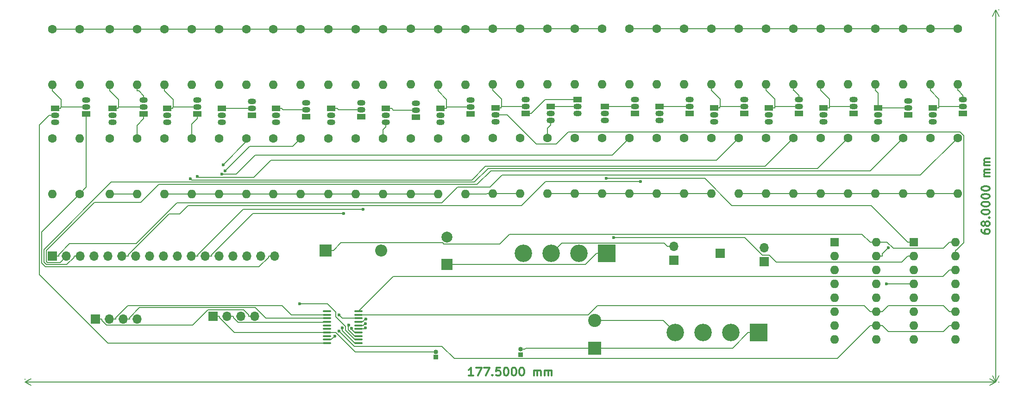
<source format=gbr>
%TF.GenerationSoftware,KiCad,Pcbnew,8.0.5*%
%TF.CreationDate,2024-10-01T12:40:19+02:00*%
%TF.ProjectId,e,652e6b69-6361-4645-9f70-636258585858,rev?*%
%TF.SameCoordinates,Original*%
%TF.FileFunction,Copper,L1,Top*%
%TF.FilePolarity,Positive*%
%FSLAX46Y46*%
G04 Gerber Fmt 4.6, Leading zero omitted, Abs format (unit mm)*
G04 Created by KiCad (PCBNEW 8.0.5) date 2024-10-01 12:40:19*
%MOMM*%
%LPD*%
G01*
G04 APERTURE LIST*
G04 Aperture macros list*
%AMRoundRect*
0 Rectangle with rounded corners*
0 $1 Rounding radius*
0 $2 $3 $4 $5 $6 $7 $8 $9 X,Y pos of 4 corners*
0 Add a 4 corners polygon primitive as box body*
4,1,4,$2,$3,$4,$5,$6,$7,$8,$9,$2,$3,0*
0 Add four circle primitives for the rounded corners*
1,1,$1+$1,$2,$3*
1,1,$1+$1,$4,$5*
1,1,$1+$1,$6,$7*
1,1,$1+$1,$8,$9*
0 Add four rect primitives between the rounded corners*
20,1,$1+$1,$2,$3,$4,$5,0*
20,1,$1+$1,$4,$5,$6,$7,0*
20,1,$1+$1,$6,$7,$8,$9,0*
20,1,$1+$1,$8,$9,$2,$3,0*%
G04 Aperture macros list end*
%ADD10C,0.300000*%
%TA.AperFunction,NonConductor*%
%ADD11C,0.300000*%
%TD*%
%TA.AperFunction,NonConductor*%
%ADD12C,0.200000*%
%TD*%
%TA.AperFunction,ComponentPad*%
%ADD13R,1.700000X1.700000*%
%TD*%
%TA.AperFunction,ComponentPad*%
%ADD14O,1.700000X1.700000*%
%TD*%
%TA.AperFunction,ComponentPad*%
%ADD15C,1.600000*%
%TD*%
%TA.AperFunction,ComponentPad*%
%ADD16O,1.600000X1.600000*%
%TD*%
%TA.AperFunction,ComponentPad*%
%ADD17R,1.500000X1.050000*%
%TD*%
%TA.AperFunction,ComponentPad*%
%ADD18O,1.500000X1.050000*%
%TD*%
%TA.AperFunction,ComponentPad*%
%ADD19R,0.850000X0.850000*%
%TD*%
%TA.AperFunction,ComponentPad*%
%ADD20O,0.850000X0.850000*%
%TD*%
%TA.AperFunction,ComponentPad*%
%ADD21R,3.200000X3.200000*%
%TD*%
%TA.AperFunction,ComponentPad*%
%ADD22C,3.200000*%
%TD*%
%TA.AperFunction,ComponentPad*%
%ADD23R,1.600000X1.600000*%
%TD*%
%TA.AperFunction,ComponentPad*%
%ADD24R,2.000000X2.000000*%
%TD*%
%TA.AperFunction,ComponentPad*%
%ADD25C,2.000000*%
%TD*%
%TA.AperFunction,ComponentPad*%
%ADD26R,2.200000X2.200000*%
%TD*%
%TA.AperFunction,ComponentPad*%
%ADD27O,2.200000X2.200000*%
%TD*%
%TA.AperFunction,SMDPad,CuDef*%
%ADD28RoundRect,0.100000X-0.637500X-0.100000X0.637500X-0.100000X0.637500X0.100000X-0.637500X0.100000X0*%
%TD*%
%TA.AperFunction,ComponentPad*%
%ADD29R,2.400000X2.400000*%
%TD*%
%TA.AperFunction,ComponentPad*%
%ADD30C,2.400000*%
%TD*%
%TA.AperFunction,ViaPad*%
%ADD31C,0.600000*%
%TD*%
%TA.AperFunction,Conductor*%
%ADD32C,0.200000*%
%TD*%
G04 APERTURE END LIST*
D10*
D11*
X93964287Y-78878328D02*
X93107144Y-78878328D01*
X93535715Y-78878328D02*
X93535715Y-77378328D01*
X93535715Y-77378328D02*
X93392858Y-77592614D01*
X93392858Y-77592614D02*
X93250001Y-77735471D01*
X93250001Y-77735471D02*
X93107144Y-77806900D01*
X94464286Y-77378328D02*
X95464286Y-77378328D01*
X95464286Y-77378328D02*
X94821429Y-78878328D01*
X95892857Y-77378328D02*
X96892857Y-77378328D01*
X96892857Y-77378328D02*
X96250000Y-78878328D01*
X97464285Y-78735471D02*
X97535714Y-78806900D01*
X97535714Y-78806900D02*
X97464285Y-78878328D01*
X97464285Y-78878328D02*
X97392857Y-78806900D01*
X97392857Y-78806900D02*
X97464285Y-78735471D01*
X97464285Y-78735471D02*
X97464285Y-78878328D01*
X98892857Y-77378328D02*
X98178571Y-77378328D01*
X98178571Y-77378328D02*
X98107143Y-78092614D01*
X98107143Y-78092614D02*
X98178571Y-78021185D01*
X98178571Y-78021185D02*
X98321429Y-77949757D01*
X98321429Y-77949757D02*
X98678571Y-77949757D01*
X98678571Y-77949757D02*
X98821429Y-78021185D01*
X98821429Y-78021185D02*
X98892857Y-78092614D01*
X98892857Y-78092614D02*
X98964286Y-78235471D01*
X98964286Y-78235471D02*
X98964286Y-78592614D01*
X98964286Y-78592614D02*
X98892857Y-78735471D01*
X98892857Y-78735471D02*
X98821429Y-78806900D01*
X98821429Y-78806900D02*
X98678571Y-78878328D01*
X98678571Y-78878328D02*
X98321429Y-78878328D01*
X98321429Y-78878328D02*
X98178571Y-78806900D01*
X98178571Y-78806900D02*
X98107143Y-78735471D01*
X99892857Y-77378328D02*
X100035714Y-77378328D01*
X100035714Y-77378328D02*
X100178571Y-77449757D01*
X100178571Y-77449757D02*
X100250000Y-77521185D01*
X100250000Y-77521185D02*
X100321428Y-77664042D01*
X100321428Y-77664042D02*
X100392857Y-77949757D01*
X100392857Y-77949757D02*
X100392857Y-78306900D01*
X100392857Y-78306900D02*
X100321428Y-78592614D01*
X100321428Y-78592614D02*
X100250000Y-78735471D01*
X100250000Y-78735471D02*
X100178571Y-78806900D01*
X100178571Y-78806900D02*
X100035714Y-78878328D01*
X100035714Y-78878328D02*
X99892857Y-78878328D01*
X99892857Y-78878328D02*
X99750000Y-78806900D01*
X99750000Y-78806900D02*
X99678571Y-78735471D01*
X99678571Y-78735471D02*
X99607142Y-78592614D01*
X99607142Y-78592614D02*
X99535714Y-78306900D01*
X99535714Y-78306900D02*
X99535714Y-77949757D01*
X99535714Y-77949757D02*
X99607142Y-77664042D01*
X99607142Y-77664042D02*
X99678571Y-77521185D01*
X99678571Y-77521185D02*
X99750000Y-77449757D01*
X99750000Y-77449757D02*
X99892857Y-77378328D01*
X101321428Y-77378328D02*
X101464285Y-77378328D01*
X101464285Y-77378328D02*
X101607142Y-77449757D01*
X101607142Y-77449757D02*
X101678571Y-77521185D01*
X101678571Y-77521185D02*
X101749999Y-77664042D01*
X101749999Y-77664042D02*
X101821428Y-77949757D01*
X101821428Y-77949757D02*
X101821428Y-78306900D01*
X101821428Y-78306900D02*
X101749999Y-78592614D01*
X101749999Y-78592614D02*
X101678571Y-78735471D01*
X101678571Y-78735471D02*
X101607142Y-78806900D01*
X101607142Y-78806900D02*
X101464285Y-78878328D01*
X101464285Y-78878328D02*
X101321428Y-78878328D01*
X101321428Y-78878328D02*
X101178571Y-78806900D01*
X101178571Y-78806900D02*
X101107142Y-78735471D01*
X101107142Y-78735471D02*
X101035713Y-78592614D01*
X101035713Y-78592614D02*
X100964285Y-78306900D01*
X100964285Y-78306900D02*
X100964285Y-77949757D01*
X100964285Y-77949757D02*
X101035713Y-77664042D01*
X101035713Y-77664042D02*
X101107142Y-77521185D01*
X101107142Y-77521185D02*
X101178571Y-77449757D01*
X101178571Y-77449757D02*
X101321428Y-77378328D01*
X102749999Y-77378328D02*
X102892856Y-77378328D01*
X102892856Y-77378328D02*
X103035713Y-77449757D01*
X103035713Y-77449757D02*
X103107142Y-77521185D01*
X103107142Y-77521185D02*
X103178570Y-77664042D01*
X103178570Y-77664042D02*
X103249999Y-77949757D01*
X103249999Y-77949757D02*
X103249999Y-78306900D01*
X103249999Y-78306900D02*
X103178570Y-78592614D01*
X103178570Y-78592614D02*
X103107142Y-78735471D01*
X103107142Y-78735471D02*
X103035713Y-78806900D01*
X103035713Y-78806900D02*
X102892856Y-78878328D01*
X102892856Y-78878328D02*
X102749999Y-78878328D01*
X102749999Y-78878328D02*
X102607142Y-78806900D01*
X102607142Y-78806900D02*
X102535713Y-78735471D01*
X102535713Y-78735471D02*
X102464284Y-78592614D01*
X102464284Y-78592614D02*
X102392856Y-78306900D01*
X102392856Y-78306900D02*
X102392856Y-77949757D01*
X102392856Y-77949757D02*
X102464284Y-77664042D01*
X102464284Y-77664042D02*
X102535713Y-77521185D01*
X102535713Y-77521185D02*
X102607142Y-77449757D01*
X102607142Y-77449757D02*
X102749999Y-77378328D01*
X105035712Y-78878328D02*
X105035712Y-77878328D01*
X105035712Y-78021185D02*
X105107141Y-77949757D01*
X105107141Y-77949757D02*
X105249998Y-77878328D01*
X105249998Y-77878328D02*
X105464284Y-77878328D01*
X105464284Y-77878328D02*
X105607141Y-77949757D01*
X105607141Y-77949757D02*
X105678570Y-78092614D01*
X105678570Y-78092614D02*
X105678570Y-78878328D01*
X105678570Y-78092614D02*
X105749998Y-77949757D01*
X105749998Y-77949757D02*
X105892855Y-77878328D01*
X105892855Y-77878328D02*
X106107141Y-77878328D01*
X106107141Y-77878328D02*
X106249998Y-77949757D01*
X106249998Y-77949757D02*
X106321427Y-78092614D01*
X106321427Y-78092614D02*
X106321427Y-78878328D01*
X107035712Y-78878328D02*
X107035712Y-77878328D01*
X107035712Y-78021185D02*
X107107141Y-77949757D01*
X107107141Y-77949757D02*
X107249998Y-77878328D01*
X107249998Y-77878328D02*
X107464284Y-77878328D01*
X107464284Y-77878328D02*
X107607141Y-77949757D01*
X107607141Y-77949757D02*
X107678570Y-78092614D01*
X107678570Y-78092614D02*
X107678570Y-78878328D01*
X107678570Y-78092614D02*
X107749998Y-77949757D01*
X107749998Y-77949757D02*
X107892855Y-77878328D01*
X107892855Y-77878328D02*
X108107141Y-77878328D01*
X108107141Y-77878328D02*
X108249998Y-77949757D01*
X108249998Y-77949757D02*
X108321427Y-78092614D01*
X108321427Y-78092614D02*
X108321427Y-78878328D01*
D12*
X12000000Y-79500000D02*
X12000000Y-79413580D01*
X189500000Y-79500000D02*
X189500000Y-79413580D01*
X12000000Y-80000000D02*
X189500000Y-80000000D01*
X12000000Y-80000000D02*
X189500000Y-80000000D01*
X12000000Y-80000000D02*
X13126504Y-79413579D01*
X12000000Y-80000000D02*
X13126504Y-80586421D01*
X189500000Y-80000000D02*
X188373496Y-80586421D01*
X189500000Y-80000000D02*
X188373496Y-79413579D01*
D10*
D11*
X186878328Y-52214284D02*
X186878328Y-52499998D01*
X186878328Y-52499998D02*
X186949757Y-52642855D01*
X186949757Y-52642855D02*
X187021185Y-52714284D01*
X187021185Y-52714284D02*
X187235471Y-52857141D01*
X187235471Y-52857141D02*
X187521185Y-52928569D01*
X187521185Y-52928569D02*
X188092614Y-52928569D01*
X188092614Y-52928569D02*
X188235471Y-52857141D01*
X188235471Y-52857141D02*
X188306900Y-52785712D01*
X188306900Y-52785712D02*
X188378328Y-52642855D01*
X188378328Y-52642855D02*
X188378328Y-52357141D01*
X188378328Y-52357141D02*
X188306900Y-52214284D01*
X188306900Y-52214284D02*
X188235471Y-52142855D01*
X188235471Y-52142855D02*
X188092614Y-52071426D01*
X188092614Y-52071426D02*
X187735471Y-52071426D01*
X187735471Y-52071426D02*
X187592614Y-52142855D01*
X187592614Y-52142855D02*
X187521185Y-52214284D01*
X187521185Y-52214284D02*
X187449757Y-52357141D01*
X187449757Y-52357141D02*
X187449757Y-52642855D01*
X187449757Y-52642855D02*
X187521185Y-52785712D01*
X187521185Y-52785712D02*
X187592614Y-52857141D01*
X187592614Y-52857141D02*
X187735471Y-52928569D01*
X187521185Y-51214284D02*
X187449757Y-51357141D01*
X187449757Y-51357141D02*
X187378328Y-51428570D01*
X187378328Y-51428570D02*
X187235471Y-51499998D01*
X187235471Y-51499998D02*
X187164042Y-51499998D01*
X187164042Y-51499998D02*
X187021185Y-51428570D01*
X187021185Y-51428570D02*
X186949757Y-51357141D01*
X186949757Y-51357141D02*
X186878328Y-51214284D01*
X186878328Y-51214284D02*
X186878328Y-50928570D01*
X186878328Y-50928570D02*
X186949757Y-50785713D01*
X186949757Y-50785713D02*
X187021185Y-50714284D01*
X187021185Y-50714284D02*
X187164042Y-50642855D01*
X187164042Y-50642855D02*
X187235471Y-50642855D01*
X187235471Y-50642855D02*
X187378328Y-50714284D01*
X187378328Y-50714284D02*
X187449757Y-50785713D01*
X187449757Y-50785713D02*
X187521185Y-50928570D01*
X187521185Y-50928570D02*
X187521185Y-51214284D01*
X187521185Y-51214284D02*
X187592614Y-51357141D01*
X187592614Y-51357141D02*
X187664042Y-51428570D01*
X187664042Y-51428570D02*
X187806900Y-51499998D01*
X187806900Y-51499998D02*
X188092614Y-51499998D01*
X188092614Y-51499998D02*
X188235471Y-51428570D01*
X188235471Y-51428570D02*
X188306900Y-51357141D01*
X188306900Y-51357141D02*
X188378328Y-51214284D01*
X188378328Y-51214284D02*
X188378328Y-50928570D01*
X188378328Y-50928570D02*
X188306900Y-50785713D01*
X188306900Y-50785713D02*
X188235471Y-50714284D01*
X188235471Y-50714284D02*
X188092614Y-50642855D01*
X188092614Y-50642855D02*
X187806900Y-50642855D01*
X187806900Y-50642855D02*
X187664042Y-50714284D01*
X187664042Y-50714284D02*
X187592614Y-50785713D01*
X187592614Y-50785713D02*
X187521185Y-50928570D01*
X188235471Y-49999999D02*
X188306900Y-49928570D01*
X188306900Y-49928570D02*
X188378328Y-49999999D01*
X188378328Y-49999999D02*
X188306900Y-50071427D01*
X188306900Y-50071427D02*
X188235471Y-49999999D01*
X188235471Y-49999999D02*
X188378328Y-49999999D01*
X186878328Y-48999998D02*
X186878328Y-48857141D01*
X186878328Y-48857141D02*
X186949757Y-48714284D01*
X186949757Y-48714284D02*
X187021185Y-48642856D01*
X187021185Y-48642856D02*
X187164042Y-48571427D01*
X187164042Y-48571427D02*
X187449757Y-48499998D01*
X187449757Y-48499998D02*
X187806900Y-48499998D01*
X187806900Y-48499998D02*
X188092614Y-48571427D01*
X188092614Y-48571427D02*
X188235471Y-48642856D01*
X188235471Y-48642856D02*
X188306900Y-48714284D01*
X188306900Y-48714284D02*
X188378328Y-48857141D01*
X188378328Y-48857141D02*
X188378328Y-48999998D01*
X188378328Y-48999998D02*
X188306900Y-49142856D01*
X188306900Y-49142856D02*
X188235471Y-49214284D01*
X188235471Y-49214284D02*
X188092614Y-49285713D01*
X188092614Y-49285713D02*
X187806900Y-49357141D01*
X187806900Y-49357141D02*
X187449757Y-49357141D01*
X187449757Y-49357141D02*
X187164042Y-49285713D01*
X187164042Y-49285713D02*
X187021185Y-49214284D01*
X187021185Y-49214284D02*
X186949757Y-49142856D01*
X186949757Y-49142856D02*
X186878328Y-48999998D01*
X186878328Y-47571427D02*
X186878328Y-47428570D01*
X186878328Y-47428570D02*
X186949757Y-47285713D01*
X186949757Y-47285713D02*
X187021185Y-47214285D01*
X187021185Y-47214285D02*
X187164042Y-47142856D01*
X187164042Y-47142856D02*
X187449757Y-47071427D01*
X187449757Y-47071427D02*
X187806900Y-47071427D01*
X187806900Y-47071427D02*
X188092614Y-47142856D01*
X188092614Y-47142856D02*
X188235471Y-47214285D01*
X188235471Y-47214285D02*
X188306900Y-47285713D01*
X188306900Y-47285713D02*
X188378328Y-47428570D01*
X188378328Y-47428570D02*
X188378328Y-47571427D01*
X188378328Y-47571427D02*
X188306900Y-47714285D01*
X188306900Y-47714285D02*
X188235471Y-47785713D01*
X188235471Y-47785713D02*
X188092614Y-47857142D01*
X188092614Y-47857142D02*
X187806900Y-47928570D01*
X187806900Y-47928570D02*
X187449757Y-47928570D01*
X187449757Y-47928570D02*
X187164042Y-47857142D01*
X187164042Y-47857142D02*
X187021185Y-47785713D01*
X187021185Y-47785713D02*
X186949757Y-47714285D01*
X186949757Y-47714285D02*
X186878328Y-47571427D01*
X186878328Y-46142856D02*
X186878328Y-45999999D01*
X186878328Y-45999999D02*
X186949757Y-45857142D01*
X186949757Y-45857142D02*
X187021185Y-45785714D01*
X187021185Y-45785714D02*
X187164042Y-45714285D01*
X187164042Y-45714285D02*
X187449757Y-45642856D01*
X187449757Y-45642856D02*
X187806900Y-45642856D01*
X187806900Y-45642856D02*
X188092614Y-45714285D01*
X188092614Y-45714285D02*
X188235471Y-45785714D01*
X188235471Y-45785714D02*
X188306900Y-45857142D01*
X188306900Y-45857142D02*
X188378328Y-45999999D01*
X188378328Y-45999999D02*
X188378328Y-46142856D01*
X188378328Y-46142856D02*
X188306900Y-46285714D01*
X188306900Y-46285714D02*
X188235471Y-46357142D01*
X188235471Y-46357142D02*
X188092614Y-46428571D01*
X188092614Y-46428571D02*
X187806900Y-46499999D01*
X187806900Y-46499999D02*
X187449757Y-46499999D01*
X187449757Y-46499999D02*
X187164042Y-46428571D01*
X187164042Y-46428571D02*
X187021185Y-46357142D01*
X187021185Y-46357142D02*
X186949757Y-46285714D01*
X186949757Y-46285714D02*
X186878328Y-46142856D01*
X186878328Y-44714285D02*
X186878328Y-44571428D01*
X186878328Y-44571428D02*
X186949757Y-44428571D01*
X186949757Y-44428571D02*
X187021185Y-44357143D01*
X187021185Y-44357143D02*
X187164042Y-44285714D01*
X187164042Y-44285714D02*
X187449757Y-44214285D01*
X187449757Y-44214285D02*
X187806900Y-44214285D01*
X187806900Y-44214285D02*
X188092614Y-44285714D01*
X188092614Y-44285714D02*
X188235471Y-44357143D01*
X188235471Y-44357143D02*
X188306900Y-44428571D01*
X188306900Y-44428571D02*
X188378328Y-44571428D01*
X188378328Y-44571428D02*
X188378328Y-44714285D01*
X188378328Y-44714285D02*
X188306900Y-44857143D01*
X188306900Y-44857143D02*
X188235471Y-44928571D01*
X188235471Y-44928571D02*
X188092614Y-45000000D01*
X188092614Y-45000000D02*
X187806900Y-45071428D01*
X187806900Y-45071428D02*
X187449757Y-45071428D01*
X187449757Y-45071428D02*
X187164042Y-45000000D01*
X187164042Y-45000000D02*
X187021185Y-44928571D01*
X187021185Y-44928571D02*
X186949757Y-44857143D01*
X186949757Y-44857143D02*
X186878328Y-44714285D01*
X188378328Y-42428572D02*
X187378328Y-42428572D01*
X187521185Y-42428572D02*
X187449757Y-42357143D01*
X187449757Y-42357143D02*
X187378328Y-42214286D01*
X187378328Y-42214286D02*
X187378328Y-42000000D01*
X187378328Y-42000000D02*
X187449757Y-41857143D01*
X187449757Y-41857143D02*
X187592614Y-41785715D01*
X187592614Y-41785715D02*
X188378328Y-41785715D01*
X187592614Y-41785715D02*
X187449757Y-41714286D01*
X187449757Y-41714286D02*
X187378328Y-41571429D01*
X187378328Y-41571429D02*
X187378328Y-41357143D01*
X187378328Y-41357143D02*
X187449757Y-41214286D01*
X187449757Y-41214286D02*
X187592614Y-41142857D01*
X187592614Y-41142857D02*
X188378328Y-41142857D01*
X188378328Y-40428572D02*
X187378328Y-40428572D01*
X187521185Y-40428572D02*
X187449757Y-40357143D01*
X187449757Y-40357143D02*
X187378328Y-40214286D01*
X187378328Y-40214286D02*
X187378328Y-40000000D01*
X187378328Y-40000000D02*
X187449757Y-39857143D01*
X187449757Y-39857143D02*
X187592614Y-39785715D01*
X187592614Y-39785715D02*
X188378328Y-39785715D01*
X187592614Y-39785715D02*
X187449757Y-39714286D01*
X187449757Y-39714286D02*
X187378328Y-39571429D01*
X187378328Y-39571429D02*
X187378328Y-39357143D01*
X187378328Y-39357143D02*
X187449757Y-39214286D01*
X187449757Y-39214286D02*
X187592614Y-39142857D01*
X187592614Y-39142857D02*
X188378328Y-39142857D01*
D12*
X190000000Y-12000000D02*
X190086420Y-12000000D01*
X190000000Y-80000000D02*
X190086420Y-80000000D01*
X189500000Y-12000000D02*
X189500000Y-80000000D01*
X189500000Y-12000000D02*
X189500000Y-80000000D01*
X189500000Y-12000000D02*
X190086421Y-13126504D01*
X189500000Y-12000000D02*
X188913579Y-13126504D01*
X189500000Y-80000000D02*
X188913579Y-78873496D01*
X189500000Y-80000000D02*
X190086421Y-78873496D01*
D13*
%TO.P,J9,1,Pin_1*%
%TO.N,+5V*%
X24920000Y-68500000D03*
D14*
%TO.P,J9,2,Pin_2*%
%TO.N,/RX*%
X27460000Y-68500000D03*
%TO.P,J9,3,Pin_3*%
%TO.N,/TX*%
X30000000Y-68500000D03*
%TO.P,J9,4,Pin_4*%
%TO.N,GND*%
X32540000Y-68500000D03*
%TD*%
D13*
%TO.P,J2,1,Pin_1*%
%TO.N,GND*%
X46420000Y-68000000D03*
D14*
%TO.P,J2,2,Pin_2*%
%TO.N,/NRST*%
X48960000Y-68000000D03*
%TO.P,J2,3,Pin_3*%
%TO.N,/SWIO*%
X51500000Y-68000000D03*
%TO.P,J2,4,Pin_4*%
%TO.N,+5V*%
X54040000Y-68000000D03*
%TD*%
D13*
%TO.P,J5,1,Pin_1*%
%TO.N,GND*%
X139120000Y-56500000D03*
%TD*%
%TO.P,J4,1,Pin_1*%
%TO.N,Net-(J4-Pin_1)*%
X130620000Y-57775000D03*
D14*
%TO.P,J4,2,Pin_2*%
%TO.N,Net-(J4-Pin_2)*%
X130620000Y-55235000D03*
%TD*%
D13*
%TO.P,J3,1,Pin_1*%
%TO.N,Net-(J3-Pin_1)*%
X147120000Y-58040000D03*
D14*
%TO.P,J3,2,Pin_2*%
%TO.N,Net-(J3-Pin_2)*%
X147120000Y-55500000D03*
%TD*%
D13*
%TO.P,J1,1,Pin_1*%
%TO.N,/SEG9_HIGH*%
X17020000Y-57000000D03*
D14*
%TO.P,J1,2,Pin_2*%
%TO.N,/SEG8_HIGH*%
X19560000Y-57000000D03*
%TO.P,J1,3,Pin_3*%
%TO.N,/SEG7_HIGH*%
X22100000Y-57000000D03*
%TO.P,J1,4,Pin_4*%
%TO.N,/SEG6_HIGH*%
X24640000Y-57000000D03*
%TO.P,J1,5,Pin_5*%
%TO.N,/SEG5_HIGH*%
X27180000Y-57000000D03*
%TO.P,J1,6,Pin_6*%
%TO.N,/SEG4_HIGH*%
X29720000Y-57000000D03*
%TO.P,J1,7,Pin_7*%
%TO.N,/SEG3_HIGH*%
X32260000Y-57000000D03*
%TO.P,J1,8,Pin_8*%
%TO.N,/SEG2_HIGH*%
X34800000Y-57000000D03*
%TO.P,J1,9,Pin_9*%
%TO.N,/SEG1_HIGH*%
X37340000Y-57000000D03*
%TO.P,J1,10,Pin_10*%
%TO.N,/A_HIGH*%
X39880000Y-57000000D03*
%TO.P,J1,11,Pin_11*%
%TO.N,/B_HIGH*%
X42420000Y-57000000D03*
%TO.P,J1,12,Pin_12*%
%TO.N,/C_HIGH*%
X44960000Y-57000000D03*
%TO.P,J1,13,Pin_13*%
%TO.N,/D_HIGH*%
X47500000Y-57000000D03*
%TO.P,J1,14,Pin_14*%
%TO.N,/E_HIGH*%
X50040000Y-57000000D03*
%TO.P,J1,15,Pin_15*%
%TO.N,/F_HIGH*%
X52580000Y-57000000D03*
%TO.P,J1,16,Pin_16*%
%TO.N,/G_HIGH*%
X55120000Y-57000000D03*
%TO.P,J1,17,Pin_17*%
%TO.N,/H_HIGH*%
X57660000Y-57000000D03*
%TD*%
D15*
%TO.P,R39,1*%
%TO.N,+27V*%
X112500000Y-15420000D03*
D16*
%TO.P,R39,2*%
%TO.N,Net-(Q20-E)*%
X112500000Y-25580000D03*
%TD*%
D17*
%TO.P,Q19,1,C*%
%TO.N,Net-(Q19-C)*%
X108140000Y-29650000D03*
D18*
%TO.P,Q19,2,B*%
%TO.N,/SEG2_LOW*%
X108140000Y-30920000D03*
%TO.P,Q19,3,E*%
%TO.N,Net-(Q19-E)*%
X108140000Y-32190000D03*
%TD*%
D15*
%TO.P,R48,1*%
%TO.N,/SEG4_HIGH*%
X132500000Y-35420000D03*
D16*
%TO.P,R48,2*%
%TO.N,GND*%
X132500000Y-45580000D03*
%TD*%
D19*
%TO.P,J6,1,Pin_1*%
%TO.N,Net-(D2--)*%
X102620000Y-75000000D03*
D20*
%TO.P,J6,2,Pin_2*%
%TO.N,Net-(D2-+)*%
X102620000Y-74000000D03*
%TD*%
D15*
%TO.P,R31,1*%
%TO.N,+27V*%
X22000000Y-15500000D03*
D16*
%TO.P,R31,2*%
%TO.N,Net-(Q16-E)*%
X22000000Y-25660000D03*
%TD*%
D17*
%TO.P,Q33,1,C*%
%TO.N,Net-(Q33-C)*%
X178000000Y-29920000D03*
D18*
%TO.P,Q33,2,B*%
%TO.N,/SEG9_LOW*%
X178000000Y-31190000D03*
%TO.P,Q33,3,E*%
%TO.N,Net-(Q33-E)*%
X178000000Y-32460000D03*
%TD*%
D17*
%TO.P,Q4,1,C*%
%TO.N,/B_HIGH*%
X83500000Y-31580000D03*
D18*
%TO.P,Q4,2,B*%
%TO.N,Net-(Q3-C)*%
X83500000Y-30310000D03*
%TO.P,Q4,3,E*%
%TO.N,Net-(Q4-E)*%
X83500000Y-29040000D03*
%TD*%
D17*
%TO.P,Q28,1,C*%
%TO.N,/SEG6_HIGH*%
X153500000Y-30960000D03*
D18*
%TO.P,Q28,2,B*%
%TO.N,Net-(Q27-C)*%
X153500000Y-29690000D03*
%TO.P,Q28,3,E*%
%TO.N,Net-(Q28-E)*%
X153500000Y-28420000D03*
%TD*%
D15*
%TO.P,R34,1*%
%TO.N,Net-(Q17-E)*%
X97500000Y-35420000D03*
D16*
%TO.P,R34,2*%
%TO.N,GND*%
X97500000Y-45580000D03*
%TD*%
D15*
%TO.P,R63,1*%
%TO.N,+27V*%
X172500000Y-15420000D03*
D16*
%TO.P,R63,2*%
%TO.N,Net-(Q32-E)*%
X172500000Y-25580000D03*
%TD*%
D15*
%TO.P,R7,1*%
%TO.N,+27V*%
X82500000Y-15460000D03*
D16*
%TO.P,R7,2*%
%TO.N,Net-(Q4-E)*%
X82500000Y-25620000D03*
%TD*%
D15*
%TO.P,R65,1*%
%TO.N,+27V*%
X177500000Y-15420000D03*
D16*
%TO.P,R65,2*%
%TO.N,Net-(Q33-C)*%
X177500000Y-25580000D03*
%TD*%
D15*
%TO.P,R15,1*%
%TO.N,+27V*%
X62370000Y-15500000D03*
D16*
%TO.P,R15,2*%
%TO.N,Net-(Q8-E)*%
X62370000Y-25660000D03*
%TD*%
D17*
%TO.P,Q22,1,C*%
%TO.N,/SEG3_HIGH*%
X123500000Y-30960000D03*
D18*
%TO.P,Q22,2,B*%
%TO.N,Net-(Q21-C)*%
X123500000Y-29690000D03*
%TO.P,Q22,3,E*%
%TO.N,Net-(Q22-E)*%
X123500000Y-28420000D03*
%TD*%
D17*
%TO.P,Q12,1,C*%
%TO.N,/F_HIGH*%
X43500000Y-31040000D03*
D18*
%TO.P,Q12,2,B*%
%TO.N,Net-(Q11-C)*%
X43500000Y-29770000D03*
%TO.P,Q12,3,E*%
%TO.N,Net-(Q12-E)*%
X43500000Y-28500000D03*
%TD*%
D17*
%TO.P,Q2,1,C*%
%TO.N,/A_HIGH*%
X93500000Y-31040000D03*
D18*
%TO.P,Q2,2,B*%
%TO.N,Net-(Q1-C)*%
X93500000Y-29770000D03*
%TO.P,Q2,3,E*%
%TO.N,Net-(Q2-E)*%
X93500000Y-28500000D03*
%TD*%
D15*
%TO.P,R6,1*%
%TO.N,Net-(Q3-E)*%
X77500000Y-35540000D03*
D16*
%TO.P,R6,2*%
%TO.N,GND*%
X77500000Y-45700000D03*
%TD*%
D15*
%TO.P,R51,1*%
%TO.N,+27V*%
X142500000Y-15420000D03*
D16*
%TO.P,R51,2*%
%TO.N,Net-(Q26-E)*%
X142500000Y-25580000D03*
%TD*%
D17*
%TO.P,Q7,1,C*%
%TO.N,Net-(Q7-C)*%
X57870000Y-30000000D03*
D18*
%TO.P,Q7,2,B*%
%TO.N,/D_LOW*%
X57870000Y-31270000D03*
%TO.P,Q7,3,E*%
%TO.N,Net-(Q7-E)*%
X57870000Y-32540000D03*
%TD*%
D15*
%TO.P,R59,1*%
%TO.N,+27V*%
X162500000Y-15420000D03*
D16*
%TO.P,R59,2*%
%TO.N,Net-(Q30-E)*%
X162500000Y-25580000D03*
%TD*%
D15*
%TO.P,R18,1*%
%TO.N,Net-(Q9-E)*%
X47500000Y-35500000D03*
D16*
%TO.P,R18,2*%
%TO.N,GND*%
X47500000Y-45660000D03*
%TD*%
D17*
%TO.P,Q20,1,C*%
%TO.N,/SEG1_HIGH*%
X113000000Y-28380000D03*
D18*
%TO.P,Q20,2,B*%
%TO.N,Net-(Q19-C)*%
X113000000Y-29650000D03*
%TO.P,Q20,3,E*%
%TO.N,Net-(Q20-E)*%
X113000000Y-30920000D03*
%TD*%
D15*
%TO.P,R46,1*%
%TO.N,Net-(Q23-E)*%
X127500000Y-35420000D03*
D16*
%TO.P,R46,2*%
%TO.N,GND*%
X127500000Y-45580000D03*
%TD*%
D15*
%TO.P,R35,1*%
%TO.N,+27V*%
X102500000Y-15420000D03*
D16*
%TO.P,R35,2*%
%TO.N,Net-(Q18-E)*%
X102500000Y-25580000D03*
%TD*%
D15*
%TO.P,R23,1*%
%TO.N,+27V*%
X42500000Y-15500000D03*
D16*
%TO.P,R23,2*%
%TO.N,Net-(Q12-E)*%
X42500000Y-25660000D03*
%TD*%
D17*
%TO.P,Q16,1,C*%
%TO.N,/H_HIGH*%
X23230000Y-31040000D03*
D18*
%TO.P,Q16,2,B*%
%TO.N,Net-(Q15-C)*%
X23230000Y-29770000D03*
%TO.P,Q16,3,E*%
%TO.N,Net-(Q16-E)*%
X23230000Y-28500000D03*
%TD*%
D17*
%TO.P,Q31,1,C*%
%TO.N,Net-(Q31-C)*%
X168000000Y-29920000D03*
D18*
%TO.P,Q31,2,B*%
%TO.N,/SEG8_LOW*%
X168000000Y-31190000D03*
%TO.P,Q31,3,E*%
%TO.N,Net-(Q31-E)*%
X168000000Y-32460000D03*
%TD*%
D15*
%TO.P,R67,1*%
%TO.N,+27V*%
X182500000Y-15420000D03*
D16*
%TO.P,R67,2*%
%TO.N,Net-(Q34-E)*%
X182500000Y-25580000D03*
%TD*%
D15*
%TO.P,R49,1*%
%TO.N,+27V*%
X137500000Y-15420000D03*
D16*
%TO.P,R49,2*%
%TO.N,Net-(Q25-C)*%
X137500000Y-25580000D03*
%TD*%
D15*
%TO.P,R38,1*%
%TO.N,Net-(Q19-E)*%
X107500000Y-35420000D03*
D16*
%TO.P,R38,2*%
%TO.N,GND*%
X107500000Y-45580000D03*
%TD*%
D15*
%TO.P,R11,1*%
%TO.N,+27V*%
X72500000Y-15500000D03*
D16*
%TO.P,R11,2*%
%TO.N,Net-(Q6-E)*%
X72500000Y-25660000D03*
%TD*%
D15*
%TO.P,R58,1*%
%TO.N,Net-(Q29-E)*%
X157500000Y-35420000D03*
D16*
%TO.P,R58,2*%
%TO.N,GND*%
X157500000Y-45580000D03*
%TD*%
D15*
%TO.P,R3,1*%
%TO.N,Net-(Q1-E)*%
X87500000Y-35500000D03*
D16*
%TO.P,R3,2*%
%TO.N,GND*%
X87500000Y-45660000D03*
%TD*%
D15*
%TO.P,R45,1*%
%TO.N,+27V*%
X127500000Y-15420000D03*
D16*
%TO.P,R45,2*%
%TO.N,Net-(Q23-C)*%
X127500000Y-25580000D03*
%TD*%
D15*
%TO.P,R4,1*%
%TO.N,/A_HIGH*%
X92500000Y-35500000D03*
D16*
%TO.P,R4,2*%
%TO.N,GND*%
X92500000Y-45660000D03*
%TD*%
D15*
%TO.P,R32,1*%
%TO.N,/H_HIGH*%
X22000000Y-45660000D03*
D16*
%TO.P,R32,2*%
%TO.N,GND*%
X22000000Y-35500000D03*
%TD*%
D17*
%TO.P,Q26,1,C*%
%TO.N,/SEG5_HIGH*%
X143500000Y-30960000D03*
D18*
%TO.P,Q26,2,B*%
%TO.N,Net-(Q25-C)*%
X143500000Y-29690000D03*
%TO.P,Q26,3,E*%
%TO.N,Net-(Q26-E)*%
X143500000Y-28420000D03*
%TD*%
D15*
%TO.P,R22,1*%
%TO.N,Net-(Q11-E)*%
X37500000Y-35500000D03*
D16*
%TO.P,R22,2*%
%TO.N,GND*%
X37500000Y-45660000D03*
%TD*%
D17*
%TO.P,Q14,1,C*%
%TO.N,/G_HIGH*%
X33730000Y-31040000D03*
D18*
%TO.P,Q14,2,B*%
%TO.N,Net-(Q13-C)*%
X33730000Y-29770000D03*
%TO.P,Q14,3,E*%
%TO.N,Net-(Q14-E)*%
X33730000Y-28500000D03*
%TD*%
D17*
%TO.P,Q25,1,C*%
%TO.N,Net-(Q25-C)*%
X138000000Y-29920000D03*
D18*
%TO.P,Q25,2,B*%
%TO.N,/SEG5_LOW*%
X138000000Y-31190000D03*
%TO.P,Q25,3,E*%
%TO.N,Net-(Q25-E)*%
X138000000Y-32460000D03*
%TD*%
D17*
%TO.P,Q30,1,C*%
%TO.N,/SEG7_HIGH*%
X163500000Y-30960000D03*
D18*
%TO.P,Q30,2,B*%
%TO.N,Net-(Q29-C)*%
X163500000Y-29690000D03*
%TO.P,Q30,3,E*%
%TO.N,Net-(Q30-E)*%
X163500000Y-28420000D03*
%TD*%
D15*
%TO.P,R12,1*%
%TO.N,/C_HIGH*%
X72500000Y-35500000D03*
D16*
%TO.P,R12,2*%
%TO.N,GND*%
X72500000Y-45660000D03*
%TD*%
D15*
%TO.P,R57,1*%
%TO.N,+27V*%
X157500000Y-15420000D03*
D16*
%TO.P,R57,2*%
%TO.N,Net-(Q29-C)*%
X157500000Y-25580000D03*
%TD*%
D15*
%TO.P,R26,1*%
%TO.N,Net-(Q13-E)*%
X27500000Y-35500000D03*
D16*
%TO.P,R26,2*%
%TO.N,GND*%
X27500000Y-45660000D03*
%TD*%
D15*
%TO.P,R44,1*%
%TO.N,/SEG3_HIGH*%
X122500000Y-35420000D03*
D16*
%TO.P,R44,2*%
%TO.N,GND*%
X122500000Y-45580000D03*
%TD*%
D15*
%TO.P,R1,1*%
%TO.N,+27V*%
X87500000Y-15500000D03*
D16*
%TO.P,R1,2*%
%TO.N,Net-(Q1-C)*%
X87500000Y-25660000D03*
%TD*%
D17*
%TO.P,Q15,1,C*%
%TO.N,Net-(Q15-C)*%
X17500000Y-30000000D03*
D18*
%TO.P,Q15,2,B*%
%TO.N,/H_LOW*%
X17500000Y-31270000D03*
%TO.P,Q15,3,E*%
%TO.N,Net-(Q15-E)*%
X17500000Y-32540000D03*
%TD*%
D15*
%TO.P,R47,1*%
%TO.N,+27V*%
X132500000Y-15420000D03*
D16*
%TO.P,R47,2*%
%TO.N,Net-(Q24-E)*%
X132500000Y-25580000D03*
%TD*%
D15*
%TO.P,R66,1*%
%TO.N,Net-(Q33-E)*%
X177500000Y-35420000D03*
D16*
%TO.P,R66,2*%
%TO.N,GND*%
X177500000Y-45580000D03*
%TD*%
D15*
%TO.P,R27,1*%
%TO.N,+27V*%
X32500000Y-15500000D03*
D16*
%TO.P,R27,2*%
%TO.N,Net-(Q14-E)*%
X32500000Y-25660000D03*
%TD*%
D15*
%TO.P,R53,1*%
%TO.N,+27V*%
X147500000Y-15420000D03*
D16*
%TO.P,R53,2*%
%TO.N,Net-(Q27-C)*%
X147500000Y-25580000D03*
%TD*%
D15*
%TO.P,R17,1*%
%TO.N,+27V*%
X47500000Y-15500000D03*
D16*
%TO.P,R17,2*%
%TO.N,Net-(Q10-B)*%
X47500000Y-25660000D03*
%TD*%
D15*
%TO.P,R61,1*%
%TO.N,+27V*%
X167500000Y-15420000D03*
D16*
%TO.P,R61,2*%
%TO.N,Net-(Q31-C)*%
X167500000Y-25580000D03*
%TD*%
D15*
%TO.P,R50,1*%
%TO.N,Net-(Q25-E)*%
X137500000Y-35420000D03*
D16*
%TO.P,R50,2*%
%TO.N,GND*%
X137500000Y-45580000D03*
%TD*%
D15*
%TO.P,R5,1*%
%TO.N,+27V*%
X77500000Y-15540000D03*
D16*
%TO.P,R5,2*%
%TO.N,Net-(Q3-C)*%
X77500000Y-25700000D03*
%TD*%
D15*
%TO.P,R33,1*%
%TO.N,+27V*%
X97500000Y-15420000D03*
D16*
%TO.P,R33,2*%
%TO.N,Net-(Q17-C)*%
X97500000Y-25580000D03*
%TD*%
D15*
%TO.P,R24,1*%
%TO.N,/F_HIGH*%
X42500000Y-35500000D03*
D16*
%TO.P,R24,2*%
%TO.N,GND*%
X42500000Y-45660000D03*
%TD*%
D17*
%TO.P,Q3,1,C*%
%TO.N,Net-(Q3-C)*%
X78000000Y-30040000D03*
D18*
%TO.P,Q3,2,B*%
%TO.N,/B_LOW*%
X78000000Y-31310000D03*
%TO.P,Q3,3,E*%
%TO.N,Net-(Q3-E)*%
X78000000Y-32580000D03*
%TD*%
D15*
%TO.P,R42,1*%
%TO.N,Net-(Q21-E)*%
X117500000Y-35420000D03*
D16*
%TO.P,R42,2*%
%TO.N,GND*%
X117500000Y-45580000D03*
%TD*%
D15*
%TO.P,R20,1*%
%TO.N,/E_HIGH*%
X52500000Y-35500000D03*
D16*
%TO.P,R20,2*%
%TO.N,GND*%
X52500000Y-45660000D03*
%TD*%
D17*
%TO.P,Q24,1,C*%
%TO.N,/SEG4_HIGH*%
X133500000Y-30960000D03*
D18*
%TO.P,Q24,2,B*%
%TO.N,Net-(Q23-C)*%
X133500000Y-29690000D03*
%TO.P,Q24,3,E*%
%TO.N,Net-(Q24-E)*%
X133500000Y-28420000D03*
%TD*%
D21*
%TO.P,D2,1,+*%
%TO.N,Net-(D2-+)*%
X146120000Y-71000000D03*
D22*
%TO.P,D2,2*%
%TO.N,Net-(J3-Pin_1)*%
X141040000Y-71000000D03*
%TO.P,D2,3*%
%TO.N,Net-(J3-Pin_2)*%
X135960000Y-71000000D03*
%TO.P,D2,4,-*%
%TO.N,Net-(D2--)*%
X130880000Y-71000000D03*
%TD*%
D17*
%TO.P,Q5,1,C*%
%TO.N,Net-(Q5-C)*%
X68000000Y-30000000D03*
D18*
%TO.P,Q5,2,B*%
%TO.N,/C_LOW*%
X68000000Y-31270000D03*
%TO.P,Q5,3,E*%
%TO.N,Net-(Q5-E)*%
X68000000Y-32540000D03*
%TD*%
D15*
%TO.P,R54,1*%
%TO.N,Net-(Q27-E)*%
X147500000Y-35420000D03*
D16*
%TO.P,R54,2*%
%TO.N,GND*%
X147500000Y-45580000D03*
%TD*%
D15*
%TO.P,R68,1*%
%TO.N,/SEG9_HIGH*%
X182500000Y-35420000D03*
D16*
%TO.P,R68,2*%
%TO.N,GND*%
X182500000Y-45580000D03*
%TD*%
D17*
%TO.P,Q9,1,C*%
%TO.N,Net-(Q10-B)*%
X48000000Y-30000000D03*
D18*
%TO.P,Q9,2,B*%
%TO.N,/E_LOW*%
X48000000Y-31270000D03*
%TO.P,Q9,3,E*%
%TO.N,Net-(Q9-E)*%
X48000000Y-32540000D03*
%TD*%
D15*
%TO.P,R8,1*%
%TO.N,/B_HIGH*%
X82500000Y-35540000D03*
D16*
%TO.P,R8,2*%
%TO.N,GND*%
X82500000Y-45700000D03*
%TD*%
D15*
%TO.P,R55,1*%
%TO.N,+27V*%
X152500000Y-15420000D03*
D16*
%TO.P,R55,2*%
%TO.N,Net-(Q28-E)*%
X152500000Y-25580000D03*
%TD*%
D15*
%TO.P,R60,1*%
%TO.N,/SEG7_HIGH*%
X162500000Y-35420000D03*
D16*
%TO.P,R60,2*%
%TO.N,GND*%
X162500000Y-45580000D03*
%TD*%
D15*
%TO.P,R62,1*%
%TO.N,Net-(Q31-E)*%
X167500000Y-35420000D03*
D16*
%TO.P,R62,2*%
%TO.N,GND*%
X167500000Y-45580000D03*
%TD*%
D15*
%TO.P,R36,1*%
%TO.N,/SEG1_HIGH*%
X102500000Y-35420000D03*
D16*
%TO.P,R36,2*%
%TO.N,GND*%
X102500000Y-45580000D03*
%TD*%
%TO.P,U1,16,VCC*%
%TO.N,+3.3V*%
X182120000Y-54460000D03*
%TO.P,U1,15,QA*%
%TO.N,/SEG1_LOW*%
X182120000Y-57000000D03*
%TO.P,U1,14,SER*%
%TO.N,/SER*%
X182120000Y-59540000D03*
%TO.P,U1,13,~{OE}*%
%TO.N,GND*%
X182120000Y-62080000D03*
%TO.P,U1,12,RCLK*%
%TO.N,/SRCLK*%
X182120000Y-64620000D03*
%TO.P,U1,11,SRCLK*%
X182120000Y-67160000D03*
%TO.P,U1,10,~{SRCLR}*%
%TO.N,+5V*%
X182120000Y-69700000D03*
%TO.P,U1,9,QH'*%
%TO.N,unconnected-(U1-QH'-Pad9)*%
X182120000Y-72240000D03*
%TO.P,U1,8,GND*%
%TO.N,GND*%
X174500000Y-72240000D03*
%TO.P,U1,7,QH*%
%TO.N,/SEG8_LOW*%
X174500000Y-69700000D03*
%TO.P,U1,6,QG*%
%TO.N,/SEG7_LOW*%
X174500000Y-67160000D03*
%TO.P,U1,5,QF*%
%TO.N,/SEG6_LOW*%
X174500000Y-64620000D03*
%TO.P,U1,4,QE*%
%TO.N,/SEG5_LOW*%
X174500000Y-62080000D03*
%TO.P,U1,3,QD*%
%TO.N,/SEG4_LOW*%
X174500000Y-59540000D03*
%TO.P,U1,2,QC*%
%TO.N,/SEG3_LOW*%
X174500000Y-57000000D03*
D23*
%TO.P,U1,1,QB*%
%TO.N,/SEG2_LOW*%
X174500000Y-54460000D03*
%TD*%
D15*
%TO.P,R14,1*%
%TO.N,Net-(Q7-E)*%
X57370000Y-35500000D03*
D16*
%TO.P,R14,2*%
%TO.N,GND*%
X57370000Y-45660000D03*
%TD*%
D15*
%TO.P,R25,1*%
%TO.N,+27V*%
X27500000Y-15500000D03*
D16*
%TO.P,R25,2*%
%TO.N,Net-(Q13-C)*%
X27500000Y-25660000D03*
%TD*%
D24*
%TO.P,C1,1*%
%TO.N,+27V*%
X89120000Y-58500000D03*
D25*
%TO.P,C1,2*%
%TO.N,GND*%
X89120000Y-53500000D03*
%TD*%
D15*
%TO.P,R9,1*%
%TO.N,+27V*%
X67500000Y-15500000D03*
D16*
%TO.P,R9,2*%
%TO.N,Net-(Q5-C)*%
X67500000Y-25660000D03*
%TD*%
D17*
%TO.P,Q11,1,C*%
%TO.N,Net-(Q11-C)*%
X38000000Y-30000000D03*
D18*
%TO.P,Q11,2,B*%
%TO.N,/F_LOW*%
X38000000Y-31270000D03*
%TO.P,Q11,3,E*%
%TO.N,Net-(Q11-E)*%
X38000000Y-32540000D03*
%TD*%
D15*
%TO.P,R19,1*%
%TO.N,+27V*%
X52500000Y-15500000D03*
D16*
%TO.P,R19,2*%
%TO.N,Net-(Q10-E)*%
X52500000Y-25660000D03*
%TD*%
D15*
%TO.P,R16,1*%
%TO.N,/D_HIGH*%
X62370000Y-35500000D03*
D16*
%TO.P,R16,2*%
%TO.N,GND*%
X62370000Y-45660000D03*
%TD*%
D23*
%TO.P,U3,1,QB*%
%TO.N,unconnected-(U3-QB-Pad1)*%
X160000000Y-54460000D03*
D16*
%TO.P,U3,2,QC*%
%TO.N,unconnected-(U3-QC-Pad2)*%
X160000000Y-57000000D03*
%TO.P,U3,3,QD*%
%TO.N,unconnected-(U3-QD-Pad3)*%
X160000000Y-59540000D03*
%TO.P,U3,4,QE*%
%TO.N,unconnected-(U3-QE-Pad4)*%
X160000000Y-62080000D03*
%TO.P,U3,5,QF*%
%TO.N,unconnected-(U3-QF-Pad5)*%
X160000000Y-64620000D03*
%TO.P,U3,6,QG*%
%TO.N,unconnected-(U3-QG-Pad6)*%
X160000000Y-67160000D03*
%TO.P,U3,7,QH*%
%TO.N,unconnected-(U3-QH-Pad7)*%
X160000000Y-69700000D03*
%TO.P,U3,8,GND*%
%TO.N,GND*%
X160000000Y-72240000D03*
%TO.P,U3,9,QH'*%
%TO.N,unconnected-(U3-QH'-Pad9)*%
X167620000Y-72240000D03*
%TO.P,U3,10,~{SRCLR}*%
%TO.N,+5V*%
X167620000Y-69700000D03*
%TO.P,U3,11,SRCLK*%
%TO.N,/SRCLK*%
X167620000Y-67160000D03*
%TO.P,U3,12,RCLK*%
X167620000Y-64620000D03*
%TO.P,U3,13,~{OE}*%
%TO.N,GND*%
X167620000Y-62080000D03*
%TO.P,U3,14,SER*%
%TO.N,/SEG7_LOW*%
X167620000Y-59540000D03*
%TO.P,U3,15,QA*%
%TO.N,/SEG9_LOW*%
X167620000Y-57000000D03*
%TO.P,U3,16,VCC*%
%TO.N,+3.3V*%
X167620000Y-54460000D03*
%TD*%
D17*
%TO.P,Q17,1,C*%
%TO.N,Net-(Q17-C)*%
X98000000Y-29920000D03*
D18*
%TO.P,Q17,2,B*%
%TO.N,/SEG1_LOW*%
X98000000Y-31190000D03*
%TO.P,Q17,3,E*%
%TO.N,Net-(Q17-E)*%
X98000000Y-32460000D03*
%TD*%
D15*
%TO.P,R21,1*%
%TO.N,+27V*%
X37500000Y-15500000D03*
D16*
%TO.P,R21,2*%
%TO.N,Net-(Q11-C)*%
X37500000Y-25660000D03*
%TD*%
D15*
%TO.P,R13,1*%
%TO.N,+27V*%
X57370000Y-15500000D03*
D16*
%TO.P,R13,2*%
%TO.N,Net-(Q7-C)*%
X57370000Y-25660000D03*
%TD*%
D17*
%TO.P,Q10,1,C*%
%TO.N,/E_HIGH*%
X53500000Y-31270000D03*
D18*
%TO.P,Q10,2,B*%
%TO.N,Net-(Q10-B)*%
X53500000Y-30000000D03*
%TO.P,Q10,3,E*%
%TO.N,Net-(Q10-E)*%
X53500000Y-28730000D03*
%TD*%
D17*
%TO.P,Q21,1,C*%
%TO.N,Net-(Q21-C)*%
X118000000Y-29650000D03*
D18*
%TO.P,Q21,2,B*%
%TO.N,/SEG3_LOW*%
X118000000Y-30920000D03*
%TO.P,Q21,3,E*%
%TO.N,Net-(Q21-E)*%
X118000000Y-32190000D03*
%TD*%
D15*
%TO.P,R40,1*%
%TO.N,/SEG1_HIGH*%
X112500000Y-35420000D03*
D16*
%TO.P,R40,2*%
%TO.N,GND*%
X112500000Y-45580000D03*
%TD*%
D15*
%TO.P,R37,1*%
%TO.N,+27V*%
X107500000Y-15420000D03*
D16*
%TO.P,R37,2*%
%TO.N,Net-(Q19-C)*%
X107500000Y-25580000D03*
%TD*%
D19*
%TO.P,J7,1,Pin_1*%
%TO.N,Net-(D1-A)*%
X87120000Y-75500000D03*
D20*
%TO.P,J7,2,Pin_2*%
%TO.N,GND*%
X87120000Y-74500000D03*
%TD*%
D17*
%TO.P,Q8,1,C*%
%TO.N,/D_HIGH*%
X63370000Y-31540000D03*
D18*
%TO.P,Q8,2,B*%
%TO.N,Net-(Q7-C)*%
X63370000Y-30270000D03*
%TO.P,Q8,3,E*%
%TO.N,Net-(Q8-E)*%
X63370000Y-29000000D03*
%TD*%
D26*
%TO.P,D1,1,K*%
%TO.N,+3.3V*%
X66960000Y-56000000D03*
D27*
%TO.P,D1,2,A*%
%TO.N,Net-(D1-A)*%
X77120000Y-56000000D03*
%TD*%
D15*
%TO.P,R43,1*%
%TO.N,+27V*%
X122500000Y-15420000D03*
D16*
%TO.P,R43,2*%
%TO.N,Net-(Q22-E)*%
X122500000Y-25580000D03*
%TD*%
D15*
%TO.P,R28,1*%
%TO.N,/G_HIGH*%
X32500000Y-35500000D03*
D16*
%TO.P,R28,2*%
%TO.N,GND*%
X32500000Y-45660000D03*
%TD*%
D17*
%TO.P,Q29,1,C*%
%TO.N,Net-(Q29-C)*%
X158000000Y-29920000D03*
D18*
%TO.P,Q29,2,B*%
%TO.N,/SEG7_LOW*%
X158000000Y-31190000D03*
%TO.P,Q29,3,E*%
%TO.N,Net-(Q29-E)*%
X158000000Y-32460000D03*
%TD*%
D15*
%TO.P,R2,1*%
%TO.N,+27V*%
X92500000Y-15500000D03*
D16*
%TO.P,R2,2*%
%TO.N,Net-(Q2-E)*%
X92500000Y-25660000D03*
%TD*%
D15*
%TO.P,R52,1*%
%TO.N,/SEG5_HIGH*%
X142500000Y-35420000D03*
D16*
%TO.P,R52,2*%
%TO.N,GND*%
X142500000Y-45580000D03*
%TD*%
D17*
%TO.P,Q18,1,C*%
%TO.N,/SEG1_HIGH*%
X103500000Y-30960000D03*
D18*
%TO.P,Q18,2,B*%
%TO.N,Net-(Q17-C)*%
X103500000Y-29690000D03*
%TO.P,Q18,3,E*%
%TO.N,Net-(Q18-E)*%
X103500000Y-28420000D03*
%TD*%
D15*
%TO.P,R30,1*%
%TO.N,Net-(Q15-E)*%
X17000000Y-35500000D03*
D16*
%TO.P,R30,2*%
%TO.N,GND*%
X17000000Y-45660000D03*
%TD*%
D17*
%TO.P,Q32,1,C*%
%TO.N,/SEG8_HIGH*%
X173500000Y-31190000D03*
D18*
%TO.P,Q32,2,B*%
%TO.N,Net-(Q31-C)*%
X173500000Y-29920000D03*
%TO.P,Q32,3,E*%
%TO.N,Net-(Q32-E)*%
X173500000Y-28650000D03*
%TD*%
D17*
%TO.P,Q13,1,C*%
%TO.N,Net-(Q13-C)*%
X28000000Y-30000000D03*
D18*
%TO.P,Q13,2,B*%
%TO.N,/G_LOW*%
X28000000Y-31270000D03*
%TO.P,Q13,3,E*%
%TO.N,Net-(Q13-E)*%
X28000000Y-32540000D03*
%TD*%
D17*
%TO.P,Q1,1,C*%
%TO.N,Net-(Q1-C)*%
X88000000Y-30000000D03*
D18*
%TO.P,Q1,2,B*%
%TO.N,/A_LOW*%
X88000000Y-31270000D03*
%TO.P,Q1,3,E*%
%TO.N,Net-(Q1-E)*%
X88000000Y-32540000D03*
%TD*%
D15*
%TO.P,R29,1*%
%TO.N,+27V*%
X17000000Y-15500000D03*
D16*
%TO.P,R29,2*%
%TO.N,Net-(Q15-C)*%
X17000000Y-25660000D03*
%TD*%
D28*
%TO.P,U2,1,PD4*%
%TO.N,unconnected-(U2-PD4-Pad1)*%
X67257500Y-67075000D03*
%TO.P,U2,2,PD5*%
%TO.N,/RX*%
X67257500Y-67725000D03*
%TO.P,U2,3,PD6*%
%TO.N,/TX*%
X67257500Y-68375000D03*
%TO.P,U2,4,PD7*%
%TO.N,/NRST*%
X67257500Y-69025000D03*
%TO.P,U2,5,PA1*%
%TO.N,unconnected-(U2-PA1-Pad5)*%
X67257500Y-69675000D03*
%TO.P,U2,6,PA2*%
%TO.N,unconnected-(U2-PA2-Pad6)*%
X67257500Y-70325000D03*
%TO.P,U2,7,VSS*%
%TO.N,GND*%
X67257500Y-70975000D03*
%TO.P,U2,8,PD0*%
%TO.N,unconnected-(U2-PD0-Pad8)*%
X67257500Y-71625000D03*
%TO.P,U2,9,VDD*%
%TO.N,+3.3V*%
X67257500Y-72275000D03*
%TO.P,U2,10,PC0*%
%TO.N,/H_LOW*%
X67257500Y-72925000D03*
%TO.P,U2,11,PC1*%
%TO.N,/G_LOW*%
X72982500Y-72925000D03*
%TO.P,U2,12,PC2*%
%TO.N,/F_LOW*%
X72982500Y-72275000D03*
%TO.P,U2,13,PC3*%
%TO.N,/E_LOW*%
X72982500Y-71625000D03*
%TO.P,U2,14,PC4*%
%TO.N,/D_LOW*%
X72982500Y-70975000D03*
%TO.P,U2,15,PC5*%
%TO.N,/C_LOW*%
X72982500Y-70325000D03*
%TO.P,U2,16,PC6*%
%TO.N,/B_LOW*%
X72982500Y-69675000D03*
%TO.P,U2,17,PC7*%
%TO.N,/A_LOW*%
X72982500Y-69025000D03*
%TO.P,U2,18,PD1*%
%TO.N,/SWIO*%
X72982500Y-68375000D03*
%TO.P,U2,19,PD2*%
%TO.N,/SRCLK*%
X72982500Y-67725000D03*
%TO.P,U2,20,PD3*%
%TO.N,/SER*%
X72982500Y-67075000D03*
%TD*%
D15*
%TO.P,R41,1*%
%TO.N,+27V*%
X117500000Y-15420000D03*
D16*
%TO.P,R41,2*%
%TO.N,Net-(Q21-C)*%
X117500000Y-25580000D03*
%TD*%
D15*
%TO.P,R56,1*%
%TO.N,/SEG6_HIGH*%
X152500000Y-35420000D03*
D16*
%TO.P,R56,2*%
%TO.N,GND*%
X152500000Y-45580000D03*
%TD*%
D17*
%TO.P,Q6,1,C*%
%TO.N,/C_HIGH*%
X73500000Y-31540000D03*
D18*
%TO.P,Q6,2,B*%
%TO.N,Net-(Q5-C)*%
X73500000Y-30270000D03*
%TO.P,Q6,3,E*%
%TO.N,Net-(Q6-E)*%
X73500000Y-29000000D03*
%TD*%
D17*
%TO.P,Q27,1,C*%
%TO.N,Net-(Q27-C)*%
X148000000Y-29920000D03*
D18*
%TO.P,Q27,2,B*%
%TO.N,/SEG6_LOW*%
X148000000Y-31190000D03*
%TO.P,Q27,3,E*%
%TO.N,Net-(Q27-E)*%
X148000000Y-32460000D03*
%TD*%
D29*
%TO.P,C2,1*%
%TO.N,Net-(D2-+)*%
X116120000Y-73815200D03*
D30*
%TO.P,C2,2*%
%TO.N,Net-(D2--)*%
X116120000Y-68815200D03*
%TD*%
D15*
%TO.P,R10,1*%
%TO.N,Net-(Q5-E)*%
X67500000Y-35500000D03*
D16*
%TO.P,R10,2*%
%TO.N,GND*%
X67500000Y-45660000D03*
%TD*%
D17*
%TO.P,Q23,1,C*%
%TO.N,Net-(Q23-C)*%
X128000000Y-29650000D03*
D18*
%TO.P,Q23,2,B*%
%TO.N,/SEG4_LOW*%
X128000000Y-30920000D03*
%TO.P,Q23,3,E*%
%TO.N,Net-(Q23-E)*%
X128000000Y-32190000D03*
%TD*%
D15*
%TO.P,R64,1*%
%TO.N,/SEG8_HIGH*%
X172500000Y-35420000D03*
D16*
%TO.P,R64,2*%
%TO.N,GND*%
X172500000Y-45580000D03*
%TD*%
D21*
%TO.P,D3,1,+*%
%TO.N,+27V*%
X118360000Y-56500000D03*
D22*
%TO.P,D3,2*%
%TO.N,Net-(J4-Pin_1)*%
X113280000Y-56500000D03*
%TO.P,D3,3*%
%TO.N,Net-(J4-Pin_2)*%
X108200000Y-56500000D03*
%TO.P,D3,4,-*%
%TO.N,GND*%
X103120000Y-56500000D03*
%TD*%
D17*
%TO.P,Q34,1,C*%
%TO.N,/SEG9_HIGH*%
X183500000Y-30960000D03*
D18*
%TO.P,Q34,2,B*%
%TO.N,Net-(Q33-C)*%
X183500000Y-29690000D03*
%TO.P,Q34,3,E*%
%TO.N,Net-(Q34-E)*%
X183500000Y-28420000D03*
%TD*%
D31*
%TO.N,/SEG9_LOW*%
X169801800Y-55500500D03*
%TO.N,/SEG5_LOW*%
X169495400Y-62080000D03*
%TO.N,/SEG3_LOW*%
X119620100Y-53611900D03*
%TO.N,/SEG2_LOW*%
X118255000Y-42808900D03*
%TO.N,/F_LOW*%
X62191300Y-65744600D03*
%TO.N,/E_LOW*%
X71188400Y-69605000D03*
%TO.N,/D_LOW*%
X71742900Y-70214300D03*
%TO.N,/C_LOW*%
X74228900Y-70156600D03*
%TO.N,/B_LOW*%
X74238400Y-69354800D03*
%TO.N,/A_LOW*%
X74310800Y-68553000D03*
%TO.N,/E_HIGH*%
X48230700Y-40307300D03*
%TO.N,/SEG5_HIGH*%
X43549900Y-42486200D03*
%TO.N,/D_HIGH*%
X48575000Y-41397800D03*
%TO.N,/C_HIGH*%
X70229300Y-49205800D03*
%TO.N,/SEG6_HIGH*%
X42252800Y-42895700D03*
%TO.N,/SEG4_HIGH*%
X124509500Y-43410700D03*
%TO.N,/B_HIGH*%
X73798000Y-48442300D03*
%TO.N,/SEG3_HIGH*%
X48026700Y-42006600D03*
%TO.N,/G_LOW*%
X70015000Y-70158600D03*
%TO.N,+3.3V*%
X68630900Y-71626300D03*
%TO.N,/SWIO*%
X69413300Y-67736500D03*
%TO.N,+5V*%
X69411900Y-70693900D03*
%TD*%
D32*
%TO.N,/SEG9_LOW*%
X167620000Y-57000000D02*
X168721700Y-57000000D01*
X168721700Y-56580600D02*
X169801800Y-55500500D01*
X168721700Y-57000000D02*
X168721700Y-56580600D01*
%TO.N,/SEG5_LOW*%
X174500000Y-62080000D02*
X169495400Y-62080000D01*
%TO.N,/SEG3_LOW*%
X174500000Y-57000000D02*
X173398300Y-57000000D01*
X119620100Y-53612000D02*
X119620100Y-53611900D01*
X143602300Y-53612000D02*
X119620100Y-53612000D01*
X146820300Y-56830000D02*
X143602300Y-53612000D01*
X148036700Y-56830000D02*
X146820300Y-56830000D01*
X149310800Y-58104100D02*
X148036700Y-56830000D01*
X172294200Y-58104100D02*
X149310800Y-58104100D01*
X173398300Y-57000000D02*
X172294200Y-58104100D01*
%TO.N,/SEG2_LOW*%
X136287000Y-42808900D02*
X118255000Y-42808900D01*
X141239300Y-47761200D02*
X136287000Y-42808900D01*
X166699500Y-47761200D02*
X141239300Y-47761200D01*
X173398300Y-54460000D02*
X166699500Y-47761200D01*
X174500000Y-54460000D02*
X173398300Y-54460000D01*
%TO.N,/SEG1_LOW*%
X100153400Y-31190000D02*
X98000000Y-31190000D01*
X105486100Y-36522700D02*
X100153400Y-31190000D01*
X109130200Y-36522700D02*
X105486100Y-36522700D01*
X111337800Y-34315100D02*
X109130200Y-36522700D01*
X182964500Y-34315100D02*
X111337800Y-34315100D01*
X183612600Y-34963200D02*
X182964500Y-34315100D01*
X183612600Y-54543400D02*
X183612600Y-34963200D01*
X182257700Y-55898300D02*
X183612600Y-54543400D01*
X182120000Y-55898300D02*
X182257700Y-55898300D01*
X182120000Y-57000000D02*
X182120000Y-55898300D01*
%TO.N,/F_LOW*%
X67265600Y-65744600D02*
X62191300Y-65744600D01*
X68811500Y-67290500D02*
X67265600Y-65744600D01*
X68811500Y-68079300D02*
X68811500Y-67290500D01*
X70629200Y-69897000D02*
X68811500Y-68079300D01*
X70629200Y-70593100D02*
X70629200Y-69897000D01*
X72311100Y-72275000D02*
X70629200Y-70593100D01*
X72982500Y-72275000D02*
X72311100Y-72275000D01*
%TO.N,/E_LOW*%
X71137400Y-69656000D02*
X71188400Y-69605000D01*
X71137400Y-70486400D02*
X71137400Y-69656000D01*
X72276000Y-71625000D02*
X71137400Y-70486400D01*
X72982500Y-71625000D02*
X72276000Y-71625000D01*
%TO.N,/D_LOW*%
X71742900Y-70391600D02*
X71742900Y-70214300D01*
X72326300Y-70975000D02*
X71742900Y-70391600D01*
X72982500Y-70975000D02*
X72326300Y-70975000D01*
%TO.N,/C_LOW*%
X74060500Y-70325000D02*
X74228900Y-70156600D01*
X72982500Y-70325000D02*
X74060500Y-70325000D01*
%TO.N,/B_LOW*%
X73859700Y-69675000D02*
X72982500Y-69675000D01*
X74179900Y-69354800D02*
X73859700Y-69675000D01*
X74238400Y-69354800D02*
X74179900Y-69354800D01*
%TO.N,/A_LOW*%
X73091600Y-68915900D02*
X72982500Y-69025000D01*
X73826500Y-68915900D02*
X73091600Y-68915900D01*
X74189400Y-68553000D02*
X73826500Y-68915900D01*
X74310800Y-68553000D02*
X74189400Y-68553000D01*
%TO.N,/E_HIGH*%
X52500000Y-36038000D02*
X48230700Y-40307300D01*
X52500000Y-35500000D02*
X52500000Y-36038000D01*
%TO.N,/SEG7_HIGH*%
X22100000Y-57000000D02*
X20948300Y-57000000D01*
X20948300Y-57243400D02*
X20948300Y-57000000D01*
X19621500Y-58570200D02*
X20948300Y-57243400D01*
X15893500Y-58570200D02*
X19621500Y-58570200D01*
X15464700Y-58141400D02*
X15893500Y-58570200D01*
X15464700Y-55820700D02*
X15464700Y-58141400D01*
X27786400Y-43499000D02*
X15464700Y-55820700D01*
X94180500Y-43499000D02*
X27786400Y-43499000D01*
X96677400Y-41002100D02*
X94180500Y-43499000D01*
X156917900Y-41002100D02*
X96677400Y-41002100D01*
X162500000Y-35420000D02*
X156917900Y-41002100D01*
%TO.N,/SEG5_HIGH*%
X43706800Y-42643100D02*
X43549900Y-42486200D01*
X53798100Y-42643100D02*
X43706800Y-42643100D01*
X56973400Y-39467800D02*
X53798100Y-42643100D01*
X138452200Y-39467800D02*
X56973400Y-39467800D01*
X142500000Y-35420000D02*
X138452200Y-39467800D01*
%TO.N,/D_HIGH*%
X53049900Y-36922900D02*
X48575000Y-41397800D01*
X60947100Y-36922900D02*
X53049900Y-36922900D01*
X62370000Y-35500000D02*
X60947100Y-36922900D01*
%TO.N,/G_HIGH*%
X32500000Y-33096700D02*
X32500000Y-35500000D01*
X33730000Y-31866700D02*
X32500000Y-33096700D01*
X33730000Y-31040000D02*
X33730000Y-31866700D01*
%TO.N,/C_HIGH*%
X44960000Y-57000000D02*
X46111700Y-57000000D01*
X70229300Y-49205900D02*
X70229300Y-49205800D01*
X53639400Y-49205900D02*
X70229300Y-49205900D01*
X46111700Y-56733600D02*
X53639400Y-49205900D01*
X46111700Y-57000000D02*
X46111700Y-56733600D01*
%TO.N,/SEG8_HIGH*%
X18408300Y-58151700D02*
X19560000Y-57000000D01*
X16045000Y-58151700D02*
X18408300Y-58151700D01*
X15868300Y-57975000D02*
X16045000Y-58151700D01*
X15868300Y-56025000D02*
X15868300Y-57975000D01*
X24704400Y-47188900D02*
X15868300Y-56025000D01*
X33205100Y-47188900D02*
X24704400Y-47188900D01*
X36468300Y-43925700D02*
X33205100Y-47188900D01*
X94654600Y-43925700D02*
X36468300Y-43925700D01*
X97176500Y-41403800D02*
X94654600Y-43925700D01*
X166516200Y-41403800D02*
X97176500Y-41403800D01*
X172500000Y-35420000D02*
X166516200Y-41403800D01*
%TO.N,/SEG9_HIGH*%
X18171700Y-56712100D02*
X18171700Y-57000000D01*
X20172200Y-54711600D02*
X18171700Y-56712100D01*
X32334300Y-54711600D02*
X20172200Y-54711600D01*
X39794800Y-47251100D02*
X32334300Y-54711600D01*
X88202200Y-47251100D02*
X39794800Y-47251100D01*
X91068900Y-44384400D02*
X88202200Y-47251100D01*
X97028000Y-44384400D02*
X91068900Y-44384400D01*
X99206700Y-42205700D02*
X97028000Y-44384400D01*
X175714300Y-42205700D02*
X99206700Y-42205700D01*
X182500000Y-35420000D02*
X175714300Y-42205700D01*
X17020000Y-57000000D02*
X18171700Y-57000000D01*
%TO.N,/SEG1_HIGH*%
X107131700Y-28380000D02*
X113000000Y-28380000D01*
X104551700Y-30960000D02*
X107131700Y-28380000D01*
X103500000Y-30960000D02*
X104551700Y-30960000D01*
%TO.N,/SEG6_HIGH*%
X42454400Y-43097300D02*
X42252800Y-42895700D01*
X93705300Y-43097300D02*
X42454400Y-43097300D01*
X96202200Y-40600400D02*
X93705300Y-43097300D01*
X147319600Y-40600400D02*
X96202200Y-40600400D01*
X152500000Y-35420000D02*
X147319600Y-40600400D01*
%TO.N,/SEG4_HIGH*%
X29720000Y-57000000D02*
X30871700Y-57000000D01*
X107205500Y-43410700D02*
X124509500Y-43410700D01*
X102797100Y-47819100D02*
X107205500Y-43410700D01*
X41800700Y-47819100D02*
X102797100Y-47819100D01*
X40323200Y-49296600D02*
X41800700Y-47819100D01*
X38317300Y-49296600D02*
X40323200Y-49296600D01*
X30871700Y-56742200D02*
X38317300Y-49296600D01*
X30871700Y-57000000D02*
X30871700Y-56742200D01*
%TO.N,/B_HIGH*%
X42420000Y-57000000D02*
X43571700Y-57000000D01*
X73798000Y-48442400D02*
X73798000Y-48442300D01*
X51860800Y-48442400D02*
X73798000Y-48442400D01*
X43571700Y-56731500D02*
X51860800Y-48442400D01*
X43571700Y-57000000D02*
X43571700Y-56731500D01*
%TO.N,/F_HIGH*%
X42500000Y-32866700D02*
X42500000Y-35500000D01*
X43500000Y-31866700D02*
X42500000Y-32866700D01*
X43500000Y-31040000D02*
X43500000Y-31866700D01*
%TO.N,/H_HIGH*%
X57660000Y-57000000D02*
X56508300Y-57000000D01*
X23230000Y-44430000D02*
X22000000Y-45660000D01*
X23230000Y-31040000D02*
X23230000Y-44430000D01*
X56508300Y-57268500D02*
X56508300Y-57000000D01*
X54804900Y-58971900D02*
X56508300Y-57268500D01*
X15727200Y-58971900D02*
X54804900Y-58971900D01*
X15063000Y-58307700D02*
X15727200Y-58971900D01*
X15063000Y-52597000D02*
X15063000Y-58307700D01*
X22000000Y-45660000D02*
X15063000Y-52597000D01*
%TO.N,/SEG3_HIGH*%
X50604200Y-42006600D02*
X48026700Y-42006600D01*
X54063800Y-38547000D02*
X50604200Y-42006600D01*
X119373000Y-38547000D02*
X54063800Y-38547000D01*
X122500000Y-35420000D02*
X119373000Y-38547000D01*
%TO.N,/H_LOW*%
X17500000Y-31270000D02*
X16448300Y-31270000D01*
X27202600Y-72925000D02*
X67257500Y-72925000D01*
X14661300Y-60383700D02*
X27202600Y-72925000D01*
X14661300Y-33057000D02*
X14661300Y-60383700D01*
X16448300Y-31270000D02*
X14661300Y-33057000D01*
%TO.N,/G_LOW*%
X70015100Y-70158600D02*
X70015000Y-70158600D01*
X70015100Y-70657900D02*
X70015100Y-70158600D01*
X72282200Y-72925000D02*
X70015100Y-70657900D01*
X72982500Y-72925000D02*
X72282200Y-72925000D01*
%TO.N,Net-(J4-Pin_2)*%
X128828200Y-54594900D02*
X129468300Y-55235000D01*
X110105100Y-54594900D02*
X128828200Y-54594900D01*
X108200000Y-56500000D02*
X110105100Y-54594900D01*
X130620000Y-55235000D02*
X129468300Y-55235000D01*
%TO.N,Net-(D2-+)*%
X146120000Y-71000000D02*
X144218300Y-71000000D01*
X141403100Y-73815200D02*
X116120000Y-73815200D01*
X144218300Y-71000000D02*
X141403100Y-73815200D01*
X103531500Y-73815200D02*
X103346700Y-74000000D01*
X116120000Y-73815200D02*
X103531500Y-73815200D01*
X102620000Y-74000000D02*
X103346700Y-74000000D01*
%TO.N,Net-(D2--)*%
X128695200Y-68815200D02*
X130880000Y-71000000D01*
X116120000Y-68815200D02*
X128695200Y-68815200D01*
%TO.N,/NRST*%
X50111700Y-68268500D02*
X50111700Y-68000000D01*
X50994900Y-69151700D02*
X50111700Y-68268500D01*
X67130800Y-69151700D02*
X50994900Y-69151700D01*
X67257500Y-69025000D02*
X67130800Y-69151700D01*
X48960000Y-68000000D02*
X50111700Y-68000000D01*
%TO.N,+3.3V*%
X182120000Y-54460000D02*
X181018300Y-54460000D01*
X168170900Y-54460000D02*
X168721700Y-54460000D01*
X169613800Y-54460000D02*
X168721700Y-54460000D01*
X170723400Y-55569600D02*
X169613800Y-54460000D01*
X179908700Y-55569600D02*
X170723400Y-55569600D01*
X181018300Y-54460000D02*
X179908700Y-55569600D01*
X67982200Y-72275000D02*
X68630900Y-71626300D01*
X67257500Y-72275000D02*
X67982200Y-72275000D01*
X168170900Y-54460000D02*
X167620000Y-54460000D01*
X165044500Y-52986200D02*
X166518300Y-54460000D01*
X100590400Y-52986200D02*
X165044500Y-52986200D01*
X98774900Y-54801700D02*
X100590400Y-52986200D01*
X88580800Y-54801700D02*
X98774900Y-54801700D01*
X88352000Y-54572900D02*
X88580800Y-54801700D01*
X69788800Y-54572900D02*
X88352000Y-54572900D01*
X68361700Y-56000000D02*
X69788800Y-54572900D01*
X66960000Y-56000000D02*
X68361700Y-56000000D01*
X167620000Y-54460000D02*
X166518300Y-54460000D01*
%TO.N,/SRCLK*%
X179907000Y-66048700D02*
X181018300Y-67160000D01*
X169833000Y-66048700D02*
X179907000Y-66048700D01*
X168721700Y-67160000D02*
X169833000Y-66048700D01*
X167620000Y-67160000D02*
X168721700Y-67160000D01*
X182120000Y-67160000D02*
X181018300Y-67160000D01*
X165407000Y-66048700D02*
X166518300Y-67160000D01*
X116676900Y-66048700D02*
X165407000Y-66048700D01*
X115000600Y-67725000D02*
X116676900Y-66048700D01*
X72982500Y-67725000D02*
X115000600Y-67725000D01*
X167620000Y-67160000D02*
X166518300Y-67160000D01*
%TO.N,/SER*%
X182120000Y-59540000D02*
X181018300Y-59540000D01*
X79308500Y-60749000D02*
X72982500Y-67075000D01*
X179809300Y-60749000D02*
X79308500Y-60749000D01*
X181018300Y-59540000D02*
X179809300Y-60749000D01*
%TO.N,+27V*%
X122500000Y-15420000D02*
X127500000Y-15420000D01*
X27500000Y-15500000D02*
X32500000Y-15500000D01*
X52500000Y-15500000D02*
X47500000Y-15500000D01*
X47500000Y-15500000D02*
X42500000Y-15500000D01*
X32500000Y-15500000D02*
X37500000Y-15500000D01*
X37500000Y-15500000D02*
X42500000Y-15500000D01*
X97420000Y-15500000D02*
X97500000Y-15420000D01*
X92500000Y-15500000D02*
X97420000Y-15500000D01*
X97500000Y-15420000D02*
X102500000Y-15420000D01*
X152500000Y-15420000D02*
X157500000Y-15420000D01*
X157500000Y-15420000D02*
X162500000Y-15420000D01*
X127500000Y-15420000D02*
X132500000Y-15420000D01*
X52500000Y-15500000D02*
X57370000Y-15500000D01*
X102500000Y-15420000D02*
X107500000Y-15420000D01*
X107500000Y-15420000D02*
X112500000Y-15420000D01*
X152500000Y-15420000D02*
X147500000Y-15420000D01*
X147500000Y-15420000D02*
X142500000Y-15420000D01*
X162500000Y-15420000D02*
X167500000Y-15420000D01*
X167500000Y-15420000D02*
X172500000Y-15420000D01*
X57370000Y-15500000D02*
X62370000Y-15500000D01*
X62370000Y-15500000D02*
X67500000Y-15500000D01*
X117500000Y-15420000D02*
X112500000Y-15420000D01*
X17000000Y-15500000D02*
X22000000Y-15500000D01*
X22000000Y-15500000D02*
X27500000Y-15500000D01*
X132500000Y-15420000D02*
X137500000Y-15420000D01*
X137500000Y-15420000D02*
X142500000Y-15420000D01*
X172500000Y-15420000D02*
X177500000Y-15420000D01*
X177500000Y-15420000D02*
X182500000Y-15420000D01*
X72500000Y-15500000D02*
X67500000Y-15500000D01*
X82420000Y-15540000D02*
X77500000Y-15540000D01*
X82500000Y-15460000D02*
X82420000Y-15540000D01*
X72540000Y-15540000D02*
X72500000Y-15500000D01*
X77500000Y-15540000D02*
X72540000Y-15540000D01*
X92500000Y-15500000D02*
X87500000Y-15500000D01*
X82540000Y-15500000D02*
X82500000Y-15460000D01*
X87500000Y-15500000D02*
X82540000Y-15500000D01*
X114458300Y-58500000D02*
X116458300Y-56500000D01*
X89120000Y-58500000D02*
X114458300Y-58500000D01*
X118360000Y-56500000D02*
X116458300Y-56500000D01*
%TO.N,Net-(Q34-E)*%
X182588400Y-26681700D02*
X182500000Y-26681700D01*
X183500000Y-27593300D02*
X182588400Y-26681700D01*
X183500000Y-28420000D02*
X183500000Y-27593300D01*
X182500000Y-25580000D02*
X182500000Y-26681700D01*
%TO.N,Net-(Q33-C)*%
X183500000Y-29690000D02*
X182448300Y-29690000D01*
X182448300Y-29690000D02*
X179099200Y-29690000D01*
X179051700Y-29737500D02*
X179099200Y-29690000D01*
X179051700Y-29920000D02*
X179051700Y-29737500D01*
X179099200Y-28280900D02*
X177500000Y-26681700D01*
X179099200Y-29690000D02*
X179099200Y-28280900D01*
X177500000Y-25580000D02*
X177500000Y-26681700D01*
X178000000Y-29920000D02*
X179051700Y-29920000D01*
%TO.N,Net-(Q31-C)*%
X173500000Y-29920000D02*
X168000000Y-29920000D01*
X167500000Y-25580000D02*
X167500000Y-26681700D01*
X168000000Y-27181700D02*
X167500000Y-26681700D01*
X168000000Y-29920000D02*
X168000000Y-27181700D01*
%TO.N,Net-(Q29-C)*%
X163500000Y-29690000D02*
X162448300Y-29690000D01*
X162448300Y-29690000D02*
X159099200Y-29690000D01*
X159051700Y-29737500D02*
X159099200Y-29690000D01*
X159051700Y-29920000D02*
X159051700Y-29737500D01*
X159099200Y-28280900D02*
X157500000Y-26681700D01*
X159099200Y-29690000D02*
X159099200Y-28280900D01*
X157500000Y-25580000D02*
X157500000Y-26681700D01*
X158000000Y-29920000D02*
X159051700Y-29920000D01*
%TO.N,Net-(Q28-E)*%
X152588400Y-26681700D02*
X152500000Y-26681700D01*
X153500000Y-27593300D02*
X152588400Y-26681700D01*
X153500000Y-28420000D02*
X153500000Y-27593300D01*
X152500000Y-25580000D02*
X152500000Y-26681700D01*
%TO.N,Net-(Q27-C)*%
X153500000Y-29690000D02*
X152448300Y-29690000D01*
X152448300Y-29690000D02*
X149099200Y-29690000D01*
X149051700Y-29737500D02*
X149099200Y-29690000D01*
X149051700Y-29920000D02*
X149051700Y-29737500D01*
X149099200Y-28280900D02*
X147500000Y-26681700D01*
X149099200Y-29690000D02*
X149099200Y-28280900D01*
X147500000Y-25580000D02*
X147500000Y-26681700D01*
X148000000Y-29920000D02*
X149051700Y-29920000D01*
%TO.N,Net-(Q25-C)*%
X143500000Y-29690000D02*
X142448300Y-29690000D01*
X142448300Y-29690000D02*
X139099200Y-29690000D01*
X139051700Y-29737500D02*
X139099200Y-29690000D01*
X139051700Y-29920000D02*
X139051700Y-29737500D01*
X139099200Y-28280900D02*
X137500000Y-26681700D01*
X139099200Y-29690000D02*
X139099200Y-28280900D01*
X137500000Y-25580000D02*
X137500000Y-26681700D01*
X138000000Y-29920000D02*
X139051700Y-29920000D01*
%TO.N,Net-(Q23-C)*%
X129091700Y-29690000D02*
X129051700Y-29650000D01*
X133500000Y-29690000D02*
X129091700Y-29690000D01*
X128000000Y-29650000D02*
X129051700Y-29650000D01*
%TO.N,Net-(Q21-C)*%
X119091700Y-29690000D02*
X119051700Y-29650000D01*
X123500000Y-29690000D02*
X119091700Y-29690000D01*
X118000000Y-29650000D02*
X119051700Y-29650000D01*
%TO.N,Net-(Q19-C)*%
X113000000Y-29650000D02*
X108140000Y-29650000D01*
%TO.N,Net-(Q19-E)*%
X107500000Y-33656700D02*
X107500000Y-35420000D01*
X108140000Y-33016700D02*
X107500000Y-33656700D01*
X108140000Y-32190000D02*
X108140000Y-33016700D01*
%TO.N,Net-(Q17-C)*%
X103500000Y-29690000D02*
X102448300Y-29690000D01*
X102448300Y-29690000D02*
X99099200Y-29690000D01*
X99051700Y-29737500D02*
X99099200Y-29690000D01*
X99051700Y-29920000D02*
X99051700Y-29737500D01*
X99099200Y-28280900D02*
X97500000Y-26681700D01*
X99099200Y-29690000D02*
X99099200Y-28280900D01*
X97500000Y-25580000D02*
X97500000Y-26681700D01*
X98000000Y-29920000D02*
X99051700Y-29920000D01*
%TO.N,Net-(Q15-C)*%
X23230000Y-29770000D02*
X22178300Y-29770000D01*
X22178300Y-29770000D02*
X18599200Y-29770000D01*
X18551700Y-29817500D02*
X18599200Y-29770000D01*
X18551700Y-30000000D02*
X18551700Y-29817500D01*
X18599200Y-28360900D02*
X17000000Y-26761700D01*
X18599200Y-29770000D02*
X18599200Y-28360900D01*
X17000000Y-25660000D02*
X17000000Y-26761700D01*
X17500000Y-30000000D02*
X18551700Y-30000000D01*
%TO.N,Net-(Q14-E)*%
X32818400Y-26761700D02*
X32500000Y-26761700D01*
X33730000Y-27673300D02*
X32818400Y-26761700D01*
X33730000Y-28500000D02*
X33730000Y-27673300D01*
X32500000Y-25660000D02*
X32500000Y-26761700D01*
%TO.N,Net-(Q13-C)*%
X33730000Y-29770000D02*
X32678300Y-29770000D01*
X32678300Y-29770000D02*
X29099200Y-29770000D01*
X29051700Y-29817500D02*
X29099200Y-29770000D01*
X29051700Y-30000000D02*
X29051700Y-29817500D01*
X29099200Y-28360900D02*
X27500000Y-26761700D01*
X29099200Y-29770000D02*
X29099200Y-28360900D01*
X27500000Y-25660000D02*
X27500000Y-26761700D01*
X28000000Y-30000000D02*
X29051700Y-30000000D01*
%TO.N,Net-(Q11-C)*%
X43500000Y-29770000D02*
X42448300Y-29770000D01*
X42448300Y-29770000D02*
X39099200Y-29770000D01*
X39051700Y-29817500D02*
X39099200Y-29770000D01*
X39051700Y-30000000D02*
X39051700Y-29817500D01*
X39099200Y-28360900D02*
X37500000Y-26761700D01*
X39099200Y-29770000D02*
X39099200Y-28360900D01*
X37500000Y-25660000D02*
X37500000Y-26761700D01*
X38000000Y-30000000D02*
X39051700Y-30000000D01*
%TO.N,Net-(Q10-B)*%
X53500000Y-30000000D02*
X48000000Y-30000000D01*
%TO.N,Net-(Q7-C)*%
X59191700Y-30270000D02*
X58921700Y-30000000D01*
X63370000Y-30270000D02*
X59191700Y-30270000D01*
X57870000Y-30000000D02*
X58921700Y-30000000D01*
%TO.N,Net-(Q5-C)*%
X69321700Y-30270000D02*
X69051700Y-30000000D01*
X73500000Y-30270000D02*
X69321700Y-30270000D01*
X68000000Y-30000000D02*
X69051700Y-30000000D01*
%TO.N,Net-(Q3-E)*%
X77500000Y-33906700D02*
X77500000Y-35540000D01*
X78000000Y-33406700D02*
X77500000Y-33906700D01*
X78000000Y-32580000D02*
X78000000Y-33406700D01*
%TO.N,Net-(Q3-C)*%
X79321700Y-30310000D02*
X79051700Y-30040000D01*
X83500000Y-30310000D02*
X79321700Y-30310000D01*
X78000000Y-30040000D02*
X79051700Y-30040000D01*
%TO.N,Net-(Q1-C)*%
X93500000Y-29770000D02*
X92448300Y-29770000D01*
X92448300Y-29770000D02*
X89099200Y-29770000D01*
X89051700Y-29817500D02*
X89099200Y-29770000D01*
X89051700Y-30000000D02*
X89051700Y-29817500D01*
X89099200Y-28360900D02*
X87500000Y-26761700D01*
X89099200Y-29770000D02*
X89099200Y-28360900D01*
X87500000Y-25660000D02*
X87500000Y-26761700D01*
X88000000Y-30000000D02*
X89051700Y-30000000D01*
%TO.N,/RX*%
X27460000Y-68500000D02*
X28611700Y-68500000D01*
X28611700Y-68231500D02*
X28611700Y-68500000D01*
X30809600Y-66033600D02*
X28611700Y-68231500D01*
X59042600Y-66033600D02*
X30809600Y-66033600D01*
X60734000Y-67725000D02*
X59042600Y-66033600D01*
X67257500Y-67725000D02*
X60734000Y-67725000D01*
%TO.N,/TX*%
X30000000Y-68500000D02*
X31151700Y-68500000D01*
X31151700Y-68231500D02*
X31151700Y-68500000D01*
X32936600Y-66446600D02*
X31151700Y-68231500D01*
X54115400Y-66446600D02*
X32936600Y-66446600D01*
X56043800Y-68375000D02*
X54115400Y-66446600D01*
X67257500Y-68375000D02*
X56043800Y-68375000D01*
%TO.N,/SWIO*%
X70051800Y-68375000D02*
X69413300Y-67736500D01*
X72982500Y-68375000D02*
X70051800Y-68375000D01*
%TO.N,GND*%
X32500000Y-45660000D02*
X27500000Y-45660000D01*
X152500000Y-45580000D02*
X147500000Y-45580000D01*
X57370000Y-45660000D02*
X52500000Y-45660000D01*
X117500000Y-45580000D02*
X112500000Y-45580000D01*
X112500000Y-45580000D02*
X107500000Y-45580000D01*
X137500000Y-45580000D02*
X132500000Y-45580000D01*
X167500000Y-45580000D02*
X162500000Y-45580000D01*
X37500000Y-45660000D02*
X42500000Y-45660000D01*
X162500000Y-45580000D02*
X157500000Y-45580000D01*
X157500000Y-45580000D02*
X152500000Y-45580000D01*
X102500000Y-45580000D02*
X97500000Y-45580000D01*
X57370000Y-45660000D02*
X62370000Y-45660000D01*
X62370000Y-45660000D02*
X67500000Y-45660000D01*
X96318300Y-45660000D02*
X96398300Y-45580000D01*
X92500000Y-45660000D02*
X96318300Y-45660000D01*
X97500000Y-45580000D02*
X96398300Y-45580000D01*
X42500000Y-45660000D02*
X47500000Y-45660000D01*
X47500000Y-45660000D02*
X52500000Y-45660000D01*
X122500000Y-45580000D02*
X127500000Y-45580000D01*
X127500000Y-45580000D02*
X132500000Y-45580000D01*
X142500000Y-45580000D02*
X147500000Y-45580000D01*
X72500000Y-45660000D02*
X67500000Y-45660000D01*
X177500000Y-45580000D02*
X182500000Y-45580000D01*
X117500000Y-45580000D02*
X121398300Y-45580000D01*
X122500000Y-45580000D02*
X121398300Y-45580000D01*
X177500000Y-45580000D02*
X176398300Y-45580000D01*
X167500000Y-45580000D02*
X172500000Y-45580000D01*
X172500000Y-45580000D02*
X176398300Y-45580000D01*
X83641700Y-45660000D02*
X83601700Y-45700000D01*
X87500000Y-45660000D02*
X83641700Y-45660000D01*
X82500000Y-45700000D02*
X83601700Y-45700000D01*
X82500000Y-45700000D02*
X77500000Y-45700000D01*
X73641700Y-45700000D02*
X73601700Y-45660000D01*
X77500000Y-45700000D02*
X73641700Y-45700000D01*
X72500000Y-45660000D02*
X73601700Y-45660000D01*
X68837700Y-70975000D02*
X67257500Y-70975000D01*
X72362700Y-74500000D02*
X68837700Y-70975000D01*
X87120000Y-74500000D02*
X72362700Y-74500000D01*
X47571700Y-68287900D02*
X47571700Y-68000000D01*
X50258800Y-70975000D02*
X47571700Y-68287900D01*
X67257500Y-70975000D02*
X50258800Y-70975000D01*
X46420000Y-68000000D02*
X47571700Y-68000000D01*
%TO.N,+5V*%
X179907100Y-70811200D02*
X181018300Y-69700000D01*
X169832900Y-70811200D02*
X179907100Y-70811200D01*
X168721700Y-69700000D02*
X169832900Y-70811200D01*
X167620000Y-69700000D02*
X168721700Y-69700000D01*
X182120000Y-69700000D02*
X181018300Y-69700000D01*
X26071700Y-68788000D02*
X26071700Y-68500000D01*
X26935400Y-69651700D02*
X26071700Y-68788000D01*
X42641600Y-69651700D02*
X26935400Y-69651700D01*
X45445000Y-66848300D02*
X42641600Y-69651700D01*
X51994300Y-66848300D02*
X45445000Y-66848300D01*
X52888300Y-67742300D02*
X51994300Y-66848300D01*
X52888300Y-68000000D02*
X52888300Y-67742300D01*
X54040000Y-68000000D02*
X52888300Y-68000000D01*
X24920000Y-68500000D02*
X26071700Y-68500000D01*
X88225800Y-73482400D02*
X72200400Y-73482400D01*
X166518300Y-69700000D02*
X160491600Y-75726700D01*
X167069200Y-69700000D02*
X166518300Y-69700000D01*
X160491600Y-75726700D02*
X90470100Y-75726700D01*
X90470100Y-75726700D02*
X88225800Y-73482400D01*
X167069200Y-69700000D02*
X167620000Y-69700000D01*
X72200400Y-73482400D02*
X69411900Y-70693900D01*
%TD*%
M02*

</source>
